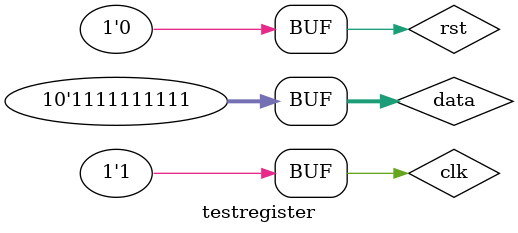
<source format=sv>
module testregister();

    logic clk, rst;
	logic [9:0] data, y;

	mainHz DUT(clk, rst, data, y);

	always
		begin
			clk = 0; #5; clk = 1; #5;
		end
		
	initial begin
		rst = 1; #5; rst = 0;
		data = 10'b1111111111;
	end

endmodule 
</source>
